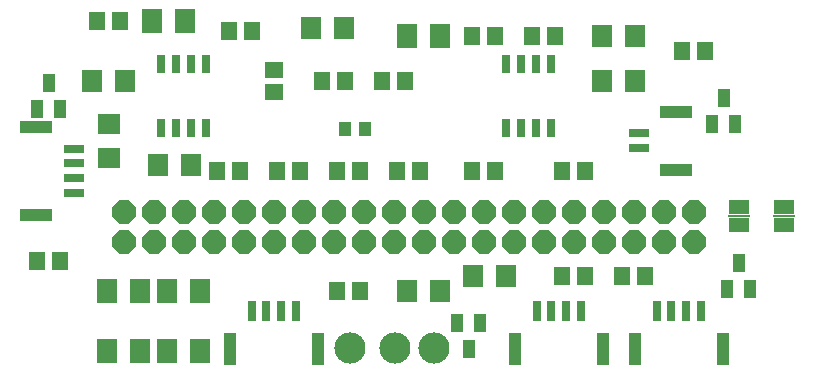
<source format=gbr>
G04 EAGLE Gerber RS-274X export*
G75*
%MOMM*%
%FSLAX34Y34*%
%LPD*%
%INSoldermask Top*%
%IPPOS*%
%AMOC8*
5,1,8,0,0,1.08239X$1,22.5*%
G01*
%ADD10R,1.401600X1.601600*%
%ADD11R,1.601600X1.401600*%
%ADD12R,0.701600X1.801600*%
%ADD13R,1.101600X2.801600*%
%ADD14R,1.801600X0.701600*%
%ADD15R,2.801600X1.101600*%
%ADD16R,1.701600X1.904600*%
%ADD17P,2.171924X8X202.500000*%
%ADD18R,1.904600X1.701600*%
%ADD19R,1.101600X1.501600*%
%ADD20R,1.701600X2.101600*%
%ADD21R,1.701800X1.270000*%
%ADD22R,1.828800X0.152400*%
%ADD23C,2.641600*%
%ADD24R,0.711200X1.625600*%
%ADD25R,1.101600X1.201600*%


D10*
X288900Y254000D03*
X269900Y254000D03*
D11*
X228600Y263500D03*
X228600Y244500D03*
D10*
X282600Y177800D03*
X301600Y177800D03*
X396900Y292100D03*
X415900Y292100D03*
X466700Y292100D03*
X447700Y292100D03*
X282600Y76200D03*
X301600Y76200D03*
D12*
X234850Y59300D03*
X222350Y59300D03*
D13*
X191350Y27300D03*
X265850Y27300D03*
D12*
X209850Y59300D03*
X247350Y59300D03*
D14*
X59300Y171550D03*
X59300Y184050D03*
D15*
X27300Y215050D03*
X27300Y140550D03*
D14*
X59300Y196550D03*
X59300Y159050D03*
X537600Y209450D03*
X537600Y196950D03*
D15*
X569600Y178450D03*
X569600Y227950D03*
D16*
X103120Y254000D03*
X74680Y254000D03*
X260100Y298450D03*
X288540Y298450D03*
D17*
X584200Y117300D03*
X584200Y142700D03*
X558800Y117300D03*
X558800Y142700D03*
X533400Y117300D03*
X533400Y142700D03*
X508000Y117300D03*
X508000Y142700D03*
X482600Y117300D03*
X482600Y142700D03*
X457200Y117300D03*
X457200Y142700D03*
X431800Y117300D03*
X431800Y142700D03*
X406400Y117300D03*
X406400Y142700D03*
X381000Y117300D03*
X381000Y142700D03*
X355600Y117300D03*
X355600Y142700D03*
X330200Y117300D03*
X330200Y142700D03*
X304800Y117300D03*
X304800Y142700D03*
X279400Y117300D03*
X279400Y142700D03*
X254000Y117300D03*
X254000Y142700D03*
X228600Y117300D03*
X228600Y142700D03*
X203200Y117300D03*
X203200Y142700D03*
X177800Y117300D03*
X177800Y142700D03*
X152400Y117300D03*
X152400Y142700D03*
X127000Y117300D03*
X127000Y142700D03*
X101600Y117300D03*
X101600Y142700D03*
D16*
X130560Y182880D03*
X159000Y182880D03*
D18*
X88900Y217420D03*
X88900Y188980D03*
D19*
X38100Y252300D03*
X47600Y230300D03*
X28600Y230300D03*
X622300Y99900D03*
X631800Y77900D03*
X612800Y77900D03*
D10*
X396900Y177800D03*
X415900Y177800D03*
D20*
X87600Y25400D03*
X115600Y25400D03*
X138400Y76200D03*
X166400Y76200D03*
X87600Y76200D03*
X115600Y76200D03*
X341600Y292100D03*
X369600Y292100D03*
D16*
X534920Y292100D03*
X506480Y292100D03*
X534920Y254000D03*
X506480Y254000D03*
X341380Y76200D03*
X369820Y76200D03*
X397260Y88900D03*
X425700Y88900D03*
D20*
X125700Y304800D03*
X153700Y304800D03*
D10*
X593700Y279400D03*
X574700Y279400D03*
X473100Y177800D03*
X492100Y177800D03*
X28600Y101600D03*
X47600Y101600D03*
X473100Y88900D03*
X492100Y88900D03*
X523900Y88900D03*
X542900Y88900D03*
X333400Y177800D03*
X352400Y177800D03*
X191160Y295910D03*
X210160Y295910D03*
X79400Y304800D03*
X98400Y304800D03*
X231800Y177800D03*
X250800Y177800D03*
X320700Y254000D03*
X339700Y254000D03*
X181000Y177800D03*
X200000Y177800D03*
D20*
X138400Y25400D03*
X166400Y25400D03*
D21*
X660400Y132080D03*
X660400Y147320D03*
D22*
X660400Y139700D03*
D21*
X622300Y132080D03*
X622300Y147320D03*
D22*
X622300Y139700D03*
D23*
X364490Y27940D03*
X331470Y27940D03*
X293370Y27940D03*
D19*
X609600Y239600D03*
X619100Y217600D03*
X600100Y217600D03*
X393700Y27100D03*
X384200Y49100D03*
X403200Y49100D03*
D24*
X425450Y214376D03*
X425450Y268224D03*
X438150Y214376D03*
X450850Y214376D03*
X438150Y268224D03*
X450850Y268224D03*
X463550Y214376D03*
X463550Y268224D03*
X171450Y268224D03*
X171450Y214376D03*
X158750Y268224D03*
X146050Y268224D03*
X158750Y214376D03*
X146050Y214376D03*
X133350Y268224D03*
X133350Y214376D03*
D12*
X577750Y59300D03*
X565250Y59300D03*
D13*
X534250Y27300D03*
X608750Y27300D03*
D12*
X552750Y59300D03*
X590250Y59300D03*
X476150Y59300D03*
X463650Y59300D03*
D13*
X432650Y27300D03*
X507150Y27300D03*
D12*
X451150Y59300D03*
X488650Y59300D03*
D25*
X305680Y213360D03*
X288680Y213360D03*
M02*

</source>
